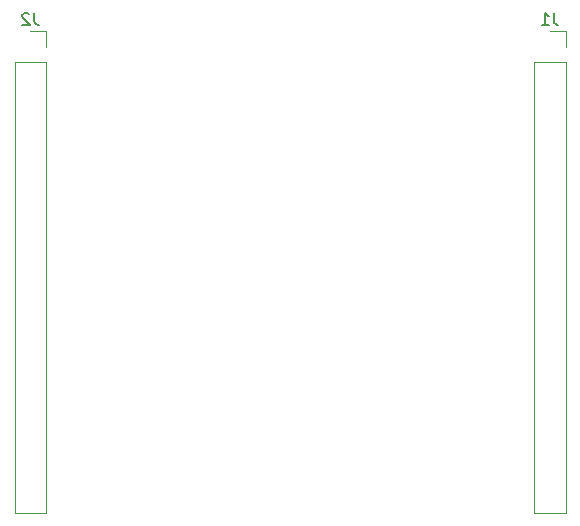
<source format=gbr>
G04 #@! TF.GenerationSoftware,KiCad,Pcbnew,5.1.5+dfsg1-2build2*
G04 #@! TF.CreationDate,2021-03-04T14:35:20-05:00*
G04 #@! TF.ProjectId,leveling_package,6c657665-6c69-46e6-975f-7061636b6167,rev?*
G04 #@! TF.SameCoordinates,Original*
G04 #@! TF.FileFunction,Legend,Bot*
G04 #@! TF.FilePolarity,Positive*
%FSLAX46Y46*%
G04 Gerber Fmt 4.6, Leading zero omitted, Abs format (unit mm)*
G04 Created by KiCad (PCBNEW 5.1.5+dfsg1-2build2) date 2021-03-04 14:35:20*
%MOMM*%
%LPD*%
G04 APERTURE LIST*
%ADD10C,0.120000*%
%ADD11C,0.150000*%
G04 APERTURE END LIST*
D10*
X97330000Y-53620000D02*
X96000000Y-53620000D01*
X97330000Y-54950000D02*
X97330000Y-53620000D01*
X97330000Y-56220000D02*
X94670000Y-56220000D01*
X94670000Y-56220000D02*
X94670000Y-94380000D01*
X97330000Y-56220000D02*
X97330000Y-94380000D01*
X97330000Y-94380000D02*
X94670000Y-94380000D01*
X53330000Y-53620000D02*
X52000000Y-53620000D01*
X53330000Y-54950000D02*
X53330000Y-53620000D01*
X53330000Y-56220000D02*
X50670000Y-56220000D01*
X50670000Y-56220000D02*
X50670000Y-94380000D01*
X53330000Y-56220000D02*
X53330000Y-94380000D01*
X53330000Y-94380000D02*
X50670000Y-94380000D01*
D11*
X96333333Y-52072380D02*
X96333333Y-52786666D01*
X96380952Y-52929523D01*
X96476190Y-53024761D01*
X96619047Y-53072380D01*
X96714285Y-53072380D01*
X95333333Y-53072380D02*
X95904761Y-53072380D01*
X95619047Y-53072380D02*
X95619047Y-52072380D01*
X95714285Y-52215238D01*
X95809523Y-52310476D01*
X95904761Y-52358095D01*
X52333333Y-52072380D02*
X52333333Y-52786666D01*
X52380952Y-52929523D01*
X52476190Y-53024761D01*
X52619047Y-53072380D01*
X52714285Y-53072380D01*
X51904761Y-52167619D02*
X51857142Y-52120000D01*
X51761904Y-52072380D01*
X51523809Y-52072380D01*
X51428571Y-52120000D01*
X51380952Y-52167619D01*
X51333333Y-52262857D01*
X51333333Y-52358095D01*
X51380952Y-52500952D01*
X51952380Y-53072380D01*
X51333333Y-53072380D01*
M02*

</source>
